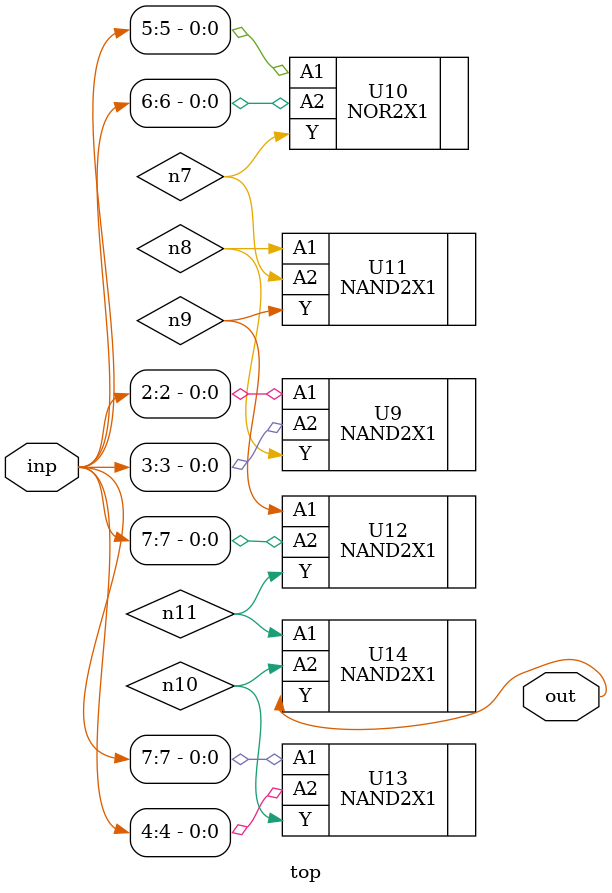
<source format=sv>


module top ( inp, out );
  input [7:0] inp;
  output out;
  wire   n7, n8, n9, n10, n11;

  NAND2X1 U9 ( .A1(inp[2]), .A2(inp[3]), .Y(n8) );
  NOR2X1 U10 ( .A1(inp[5]), .A2(inp[6]), .Y(n7) );
  NAND2X1 U11 ( .A1(n8), .A2(n7), .Y(n9) );
  NAND2X1 U12 ( .A1(n9), .A2(inp[7]), .Y(n11) );
  NAND2X1 U13 ( .A1(inp[7]), .A2(inp[4]), .Y(n10) );
  NAND2X1 U14 ( .A1(n11), .A2(n10), .Y(out) );
endmodule


</source>
